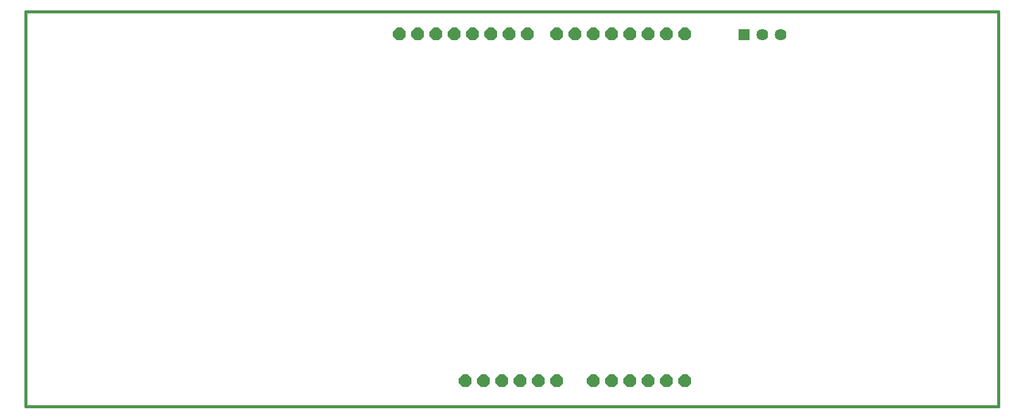
<source format=gbs>
G75*
%MOIN*%
%OFA0B0*%
%FSLAX25Y25*%
%IPPOS*%
%LPD*%
%AMOC8*
5,1,8,0,0,1.08239X$1,22.5*
%
%ADD10C,0.01600*%
%ADD11OC8,0.07000*%
%ADD12R,0.06400X0.06400*%
%ADD13C,0.06400*%
D10*
X0001984Y0001984D02*
X0001984Y0218520D01*
X0533480Y0218520D01*
X0533480Y0001984D01*
X0001984Y0001984D01*
D11*
X0242220Y0015921D03*
X0252220Y0015921D03*
X0262220Y0015921D03*
X0272220Y0015921D03*
X0282220Y0015921D03*
X0292220Y0015921D03*
X0312220Y0015921D03*
X0322220Y0015921D03*
X0332220Y0015921D03*
X0342220Y0015921D03*
X0352220Y0015921D03*
X0362220Y0015921D03*
X0362220Y0205921D03*
X0352220Y0205921D03*
X0342220Y0205921D03*
X0332220Y0205921D03*
X0322220Y0205921D03*
X0312220Y0205921D03*
X0302220Y0205921D03*
X0292220Y0205921D03*
X0276220Y0205921D03*
X0266220Y0205921D03*
X0256220Y0205921D03*
X0246220Y0205921D03*
X0236220Y0205921D03*
X0226220Y0205921D03*
X0216220Y0205921D03*
X0206220Y0205921D03*
D12*
X0394543Y0205724D03*
D13*
X0404543Y0205724D03*
X0414543Y0205724D03*
M02*

</source>
